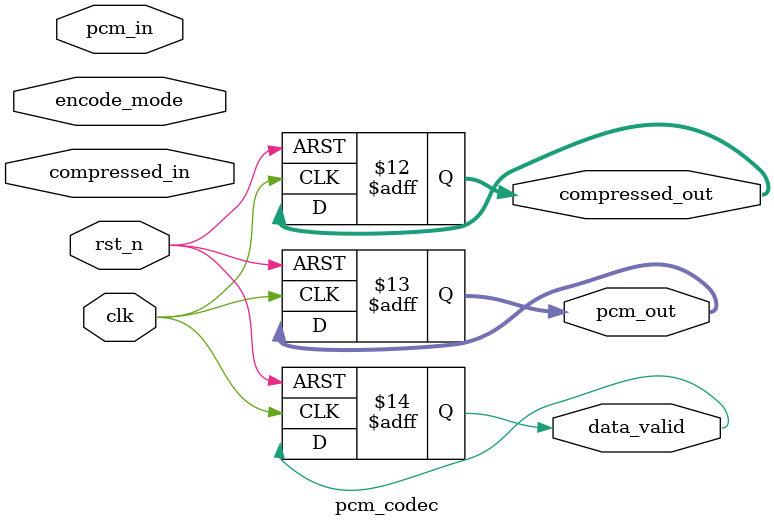
<source format=sv>
module pcm_codec #(parameter DATA_WIDTH = 16)
(
    input wire clk, rst_n, 
    input wire [DATA_WIDTH-1:0] pcm_in,     // PCM input samples
    input wire [7:0] compressed_in,         // Compressed input
    input wire encode_mode,                 // 1=encode, 0=decode
    output reg [7:0] compressed_out,        // Compressed output
    output reg [DATA_WIDTH-1:0] pcm_out,    // PCM output samples
    output reg data_valid
);
    // μ-law compression constants
    localparam BIAS = 33;
    localparam SEG_SHIFT = 4;
    
    reg [DATA_WIDTH-1:0] abs_sample;
    reg [3:0] segment;
    reg sign;
    
    always @(posedge clk or negedge rst_n) begin
        if (!rst_n) begin
            compressed_out <= 8'h00;
            pcm_out <= {DATA_WIDTH{1'b0}};
            data_valid <= 1'b0;
        end else if (encode_mode) begin
            // μ-law encoding algorithm
            sign = pcm_in[DATA_WIDTH-1];
            abs_sample = sign ? (~pcm_in + 1'b1) : pcm_in;
            // Determine segment and encode
        end else begin
            // μ-law decoding algorithm
        end
    end
endmodule
</source>
